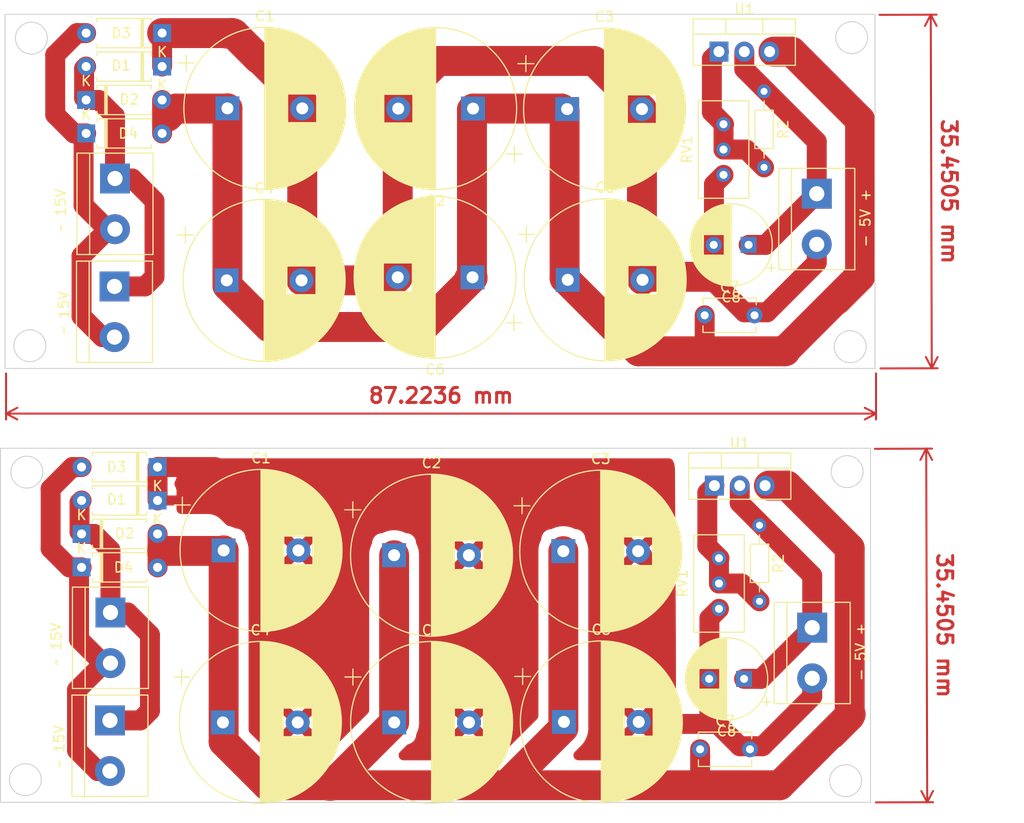
<source format=kicad_pcb>
(kicad_pcb (version 20211014) (generator pcbnew)

  (general
    (thickness 1.6)
  )

  (paper "A4" portrait)
  (layers
    (0 "F.Cu" signal)
    (31 "B.Cu" signal)
    (32 "B.Adhes" user "B.Adhesive")
    (33 "F.Adhes" user "F.Adhesive")
    (34 "B.Paste" user)
    (35 "F.Paste" user)
    (36 "B.SilkS" user "B.Silkscreen")
    (37 "F.SilkS" user "F.Silkscreen")
    (38 "B.Mask" user)
    (39 "F.Mask" user)
    (40 "Dwgs.User" user "User.Drawings")
    (41 "Cmts.User" user "User.Comments")
    (42 "Eco1.User" user "User.Eco1")
    (43 "Eco2.User" user "User.Eco2")
    (44 "Edge.Cuts" user)
    (45 "Margin" user)
    (46 "B.CrtYd" user "B.Courtyard")
    (47 "F.CrtYd" user "F.Courtyard")
    (48 "B.Fab" user)
    (49 "F.Fab" user)
    (50 "User.1" user)
    (51 "User.2" user)
    (52 "User.3" user)
    (53 "User.4" user)
    (54 "User.5" user)
    (55 "User.6" user)
    (56 "User.7" user)
    (57 "User.8" user)
    (58 "User.9" user)
  )

  (setup
    (stackup
      (layer "F.SilkS" (type "Top Silk Screen"))
      (layer "F.Paste" (type "Top Solder Paste"))
      (layer "F.Mask" (type "Top Solder Mask") (thickness 0.01))
      (layer "F.Cu" (type "copper") (thickness 0.035))
      (layer "dielectric 1" (type "core") (thickness 1.51) (material "FR4") (epsilon_r 4.5) (loss_tangent 0.02))
      (layer "B.Cu" (type "copper") (thickness 0.035))
      (layer "B.Mask" (type "Bottom Solder Mask") (thickness 0.01))
      (layer "B.Paste" (type "Bottom Solder Paste"))
      (layer "B.SilkS" (type "Bottom Silk Screen"))
      (copper_finish "None")
      (dielectric_constraints no)
    )
    (pad_to_mask_clearance 0.05)
    (pcbplotparams
      (layerselection 0x00010fc_ffffffff)
      (disableapertmacros false)
      (usegerberextensions false)
      (usegerberattributes true)
      (usegerberadvancedattributes true)
      (creategerberjobfile true)
      (svguseinch false)
      (svgprecision 6)
      (excludeedgelayer true)
      (plotframeref false)
      (viasonmask false)
      (mode 1)
      (useauxorigin false)
      (hpglpennumber 1)
      (hpglpenspeed 20)
      (hpglpendiameter 15.000000)
      (dxfpolygonmode true)
      (dxfimperialunits true)
      (dxfusepcbnewfont true)
      (psnegative false)
      (psa4output false)
      (plotreference true)
      (plotvalue true)
      (plotinvisibletext false)
      (sketchpadsonfab false)
      (subtractmaskfromsilk false)
      (outputformat 1)
      (mirror false)
      (drillshape 1)
      (scaleselection 1)
      (outputdirectory "")
    )
  )

  (net 0 "")
  (net 1 "GNDREF")
  (net 2 "+5V")
  (net 3 "Net-(RV1-Pad1)")
  (net 4 "Net-(D1-Pad2)")
  (net 5 "Net-(D3-Pad2)")
  (net 6 "Net-(C1-Pad1)")
  (net 7 "Net-(J1-Pad1)")
  (net 8 "Net-(J1-Pad2)")

  (footprint "Package_TO_SOT_THT:TO-220-3_Vertical" (layer "F.Cu") (at 123.698 32.2378))

  (footprint "TerminalBlock:TerminalBlock_bornier-2_P5.08mm" (layer "F.Cu") (at 63.1444 44.958 -90))

  (footprint "Capacitor_THT:CP_Radial_D16.0mm_P7.50mm" (layer "F.Cu") (at 74.346354 55.1688))

  (footprint "Capacitor_THT:CP_Radial_D16.0mm_P7.50mm" (layer "F.Cu") (at 74.036069 82.245361))

  (footprint "Package_TO_SOT_THT:TO-220-3_Vertical" (layer "F.Cu") (at 123.240823 75.746761))

  (footprint "Capacitor_THT:CP_Radial_D16.0mm_P7.50mm" (layer "F.Cu") (at 91.127669 82.726561))

  (footprint "Diode_THT:D_A-405_P7.62mm_Horizontal" (layer "F.Cu") (at 59.791623 83.945761))

  (footprint "TerminalBlock:TerminalBlock_bornier-2_P5.08mm" (layer "F.Cu") (at 133.045223 89.990961 -90))

  (footprint "Diode_THT:D_A-405_P7.62mm_Horizontal" (layer "F.Cu") (at 67.8688 33.7312 180))

  (footprint "Capacitor_THT:CP_Radial_D16.0mm_P7.50mm" (layer "F.Cu") (at 108.094869 82.320161))

  (footprint "Diode_THT:D_A-405_P7.62mm_Horizontal" (layer "F.Cu") (at 67.411623 77.240161 180))

  (footprint "TerminalBlock:TerminalBlock_bornier-2_P5.08mm" (layer "F.Cu") (at 62.636423 99.287361 -90))

  (footprint "Capacitor_THT:CP_Radial_D16.0mm_P7.50mm" (layer "F.Cu")
    (tedit 5AE50EF1) (tstamp 7e79773d-5feb-4eb5-8fe6-0e3f960604f1)
    (at 73.964823 99.490561)
    (descr "CP, Radial series, Radial, pin pitch=7.50mm, , diameter=16mm, Electrolytic Capacitor")
    (tags "CP Radial series Radial pin pitch 7.50mm  diameter 16mm Electrolytic Capacitor")
    (property "Sheetfile" "power-unit-5v.kicad_sch")
    (property "Sheetname" "")
    (path "/8b1dfb40-2417-4944-99e3-97da8b50b9e5")
    (attr through_hole)
    (fp_text reference "C4" (at 3.75 -9.25) (layer "F.SilkS")
      (effects (font (size 1 1) (thickness 0.15)))
      (tstamp d8192e74-d4b6-46ea-9436-b97757cc26a6)
    )
    (fp_text value "4700uF 25V" (at 3.75 9.25) (layer "F.Fab")
      (effects (font (size 1 1) (thickness 0.15)))
      (tstamp eac07366-9aa1-4960-b363-6f7d34c5208b)
    )
    (fp_text user "${REFERENCE}" (at 3.75 0) (layer "F.Fab")
      (effects (font (size 1 1) (thickness 0.15)))
      (tstamp 0b630c70-641c-4e6e-9ca7-62d2491ea8a6)
    )
    (fp_line (start 6.911 1.44) (end 6.911 7.44) (layer "F.SilkS") (width 0.12) (tstamp 00fb5e10-f48e-4691-b729-ef827812fed5))
    (fp_line (start 6.831 1.44) (end 6.831 7.474) (layer "F.SilkS") (width 0.12) (tstamp 0137236f-1ded-4fc9-828e-59ae62883c6b))
    (fp_line (start 11.591 -2.074) (end 11.591 2.074) (layer "F.SilkS") (width 0.12) (tstamp 01f3dec0-48f8-4696-a97e-5add104930b5))
    (fp_line (start 6.791 -7.49) (end 6.791 -1.44) (layer "F.SilkS") (width 0.12) (tstamp 02193d8a-0b45-4ab0-b9ac-29c39e55a8ed))
    (fp_line (start 6.151 1.44) (end 6.151 7.718) (layer "F.SilkS") (width 0.12) (tstamp 059b9a24-f2a8-4dbe-a483-b2f9ac40c4a8))
    (fp_line (start 11.231 -3.12) (end 11.231 3.12) (layer "F.SilkS") (width 0.12) (tstamp 064dbd4f-ddc9-4a89-bab1-6b9ea36beba9))
    (fp_line (start 9.391 -5.802) (end 9.391 5.802) (layer "F.SilkS") (width 0.12) (tstamp 0672fcc6-61fd-4d49-b953-2d7183ce91e1))
    (fp_line (start 7.431 -7.199) (end 7.431 -1.44) (layer "F.SilkS") (width 0.12) (tstamp 07027100-31e8-4e4d-828c-13a65ad5e658))
    (fp_line (start 9.751 -5.432) (end 9.751 5.432) (layer "F.SilkS") (width 0.12) (tstamp 076d9c4b-fa91-4b82-82c7-2070061f4dcd))
    (fp_line (start 7.071 1.44) (end 7.071 7.371) (layer "F.SilkS") (width 0.12) (tstamp 079bf6aa-aa36-4aa9-98b7-7c3ced97027f))
    (fp_line (start 7.711 1.44) (end 7.711 7.049) (layer "F.SilkS") (width 0.12) (tstamp 0a30890d-8498-40f1-a5fc-a329a6a7a22c))
    (fp_line (start 10.311 -4.746) (end 10.311 4.746) (layer "F.SilkS") (width 0.12) (tstamp 0a45f3a8-e30c-41b0-95d4-f24f242adf1b))
    (fp_line (start 11.311 -2.924) (end 11.311 2.924) (layer "F.SilkS") (width 0.12) (tstamp 0b0cdcd1-6f66-4e12-b088-54e6fa1bbafa))
    (fp_line (start 7.911 -6.934) (end 7.911 -1.44) (layer "F.SilkS") (width 0.12) (tstamp 0cdddd7b-36ba-4c0e-a661-d83fcd9acf67))
    (fp_line (start 5.231 -7.944) (end 5.231 7.944) (layer "F.SilkS") (width 0.12) (tstamp 10a374e7-f1f5-48db-aa6a-207bdd0ff5be))
    (fp_line (start 7.951 1.44) (end 7.951 6.91) (layer "F.SilkS") (width 0.12) (tstamp 117e08e8-ee00-46cd-be13-396417cf6c0c))
    (fp_line (start 5.991 -7.765) (end 5.991 7.765) (layer "F.SilkS") (width 0.12) (tstamp 13157c08-e173-46af-a2c0-65ef9814b4bc))
    (fp_line (start 8.391 -6.624) (end 8.391 -1.44) (layer "F.SilkS") (width 0.12) (tstamp 13796efa-4bd7-41c2-bf4f-6760f14c311e))
    (fp_line (start 3.95 -8.078) (end 3.95 8.078) (layer "F.SilkS") (width 0.12) (tstamp 1529865d-4cb8-4594-b964-0e866e8ae686))
    (fp_line (start 6.631 -7.553) (end 6.631 -1.44) (layer "F.SilkS") (width 0.12) (tstamp 18aeb5ab-6589-41ed-959c-d2734c651adb))
    (fp_line (start 9.551 -5.643) (end 9.551 5.643) (layer "F.SilkS") (width 0.12) (tstamp 1ad0fc45-8ebd-4e86-9847-c203fc399fb4))
    (fp_line (start 8.271 1.44) (end 8.271 6.706) (layer "F.SilkS") (width 0.12) (tstamp 1baf82ec-4b2b-4912-9848-d82a23dd8555))
    (fp_line (start 9.711 -5.475) (end 9.711 5.475) (layer "F.SilkS") (width 0.12) (tstamp 1d0b02d8-c01c-4800-baf2-dc06a0b28249))
    (fp_line (start 8.271 -6.706) (end 8.271 -1.44) (layer "F.SilkS") (width 0.12) (tstamp 1d698f99-da01-47b3-b116-af17696f5f53))
    (fp_line (start 4.19 -8.069) (end 4.19 8.069) (layer "F.SilkS") (width 0.12) (tstamp 200bfd9d-7da3-486a-8852-6d8da91eae91))
    (fp_line (start 4.27 -8.064) (end 4.27 8.064) (layer "F.SilkS") (width 0.12) (tstamp 205c0303-57d2-4a76-906a-ea4adafdb97c))
    (fp_line (start 8.471 1.44) (end 8.471 6.568) (layer "F.SilkS") (width 0.12) (tstamp 20acaa9a-a51c-4023-b0ca-feb3cb0d8a58))
    (fp_line (start 7.711 -7.049) (end 7.711 -1.44) (layer "F.SilkS") (width 0.12) (tstamp 21d70fc3-1d1f-4aa7-90e2-754ebe36a30b))
    (fp_line (start 3.87 -8.08) (end 3.87 8.08) (layer "F.SilkS") (width 0.12) (tstamp 223e052c-75de-4a03-bec7-c0642f626210))
    (fp_line (start 8.311 -6.679) (end 8.311 -1.44) (layer "F.SilkS") (width 0.12) (tstamp 22e16442-ef01-4a2f-be51-ccfa5749c97a))
    (fp_line (start 8.191 -6.759) (end 8.191 -1.44) (layer "F.SilkS") (width 0.12) (tstamp 25cd07fe-e57e-4f4b-a658-5eff6ff5dca0))
    (fp_line (start 8.151 -6.785) (end 8.151 -1.44) (layer "F.SilkS") (width 0.12) (tstamp 2613b128-5e7b-4cc3-ba7a-55d58d6e7cfe))
    (fp_line (start 7.831 1.44) (end 7.831 6.981) (layer "F.SilkS") (width 0.12) (tstamp 26ce18fa-76cf-4601-99dc-842371084c7d))
    (fp_line (start 4.43 -8.052) (end 4.43 8.052) (layer "F.SilkS") (width 0.12) (tstamp 28e6424d-95e0-4d22-b408-21a2a15adc12))
    (fp_line (start 5.311 -7.929) (end 5.311 7.929) (layer "F.SilkS") (width 0.12) (tstamp 2ded07cd-4d24-4dae-9025-5b010c752554))
    (fp_line (start 5.551 -7.878) (end 5.551 7.878) (layer "F.SilkS") (width 0.12) (tstamp 2e0940c0-ff36-45c7-a301-0be325d2f1e5))
    (fp_line (start 10.031 -5.108) (end 10.031 5.108) (layer "F.SilkS") (width 0.12) (tstamp 2e77a922-3e36-4cfa-a8a6-1c66c2776305))
    (fp_line (start 8.911 -6.23) (end 8.911 -1.44) (layer "F.SilkS") (width 0.12) (tstamp 2f247396-e1be-4d06-a69d-7e83a7b38ce7))
    (fp_line (start 8.351 -6.652) (end 8.351 -1.44) (layer "F.SilkS") (width 0.12) (tstamp 2f768383-3326-4ae3-895e-77e49f962ad1))
    (fp_line (start 8.431 1.44) (end 8.431 6.596) (layer "F.SilkS") (width 0.12) (tstamp 30c0a9f7-211d-4961-b3bb-0589f3ddb2a6))
    (fp_line (start 7.631 -7.094) (end 7.631 -1.44) (layer "F.SilkS") (width 0.12) (tstamp 316b78b5-c470-4b81-8b34-27993ee53dfa))
    (fp_line (start 3.79 -8.08) (end 3.79 8.08) (layer "F.SilkS") (width 0.12) (tstamp 31d0b5ec-3639-4ce1-bba9-2afd99113812))
    (fp_line (start 4.511 -8.045) (end 4.511 8.045) (layer "F.SilkS") (width 0.12) (tstamp 32c15192-1750-424c-907b-79284be8d882))
    (fp_line (start 8.071 1.44) (end 8.071 6.836) (layer "F.SilkS") (width 0.12) (tstamp 33abba2e-19e0-4bf5-b0aa-8a7fe55b4896))
    (fp_line (start 7.391 1.44) (end 7.391 7.219) (layer "F.SilkS") (width 0.12) (tstamp 346eef1b-a303-4fca-b601-f92ff469e27a))
    (fp_line (start 4.951 -7.991) (end 4.951 7.991) (layer "F.SilkS") (width 0.12) (tstamp 34c5635f-6317-4207-92bb-0651c3c54aa2))
    (fp_line (start 4.35 -8.058) (end 4.35 8.058) (layer "F.SilkS") (width 0.12) (tstamp 3548b00d-2f08-4901-841e-9ff5d21c2e69))
    (fp_line (start 7.191 1.44) (end 7.191 7.316) (layer "F.SilkS") (width 0.12) (tstamp 36b2e9ce-9d01-4cd7-bfe2-7ac5d98833ea))
    (fp_line (start 4.07 -8.074) (end 4.07 8.074) (layer "F.SilkS") (width 0.12) (tstamp 372c689c-0d7e-4d05-a3d3-ef49a19b957c))
    (fp_line (start 6.511 1.44) (end 6.511 7.597) (layer "F.SilkS") (width 0.12) (tstamp 384c05ad-f065-4a42-9c81-3b2a0b332afc))
    (fp_line (start 8.711 1.44) (end 8.711 6.39) (layer "F.SilkS") (width 0.12) (tstamp 3919d130-78b1-4064-b69a-5734550fdd8f))
    (fp_line (start 11.191 -3.213) (end 11.191 3.213) (layer "F.SilkS") (width 0.12) (tstamp 394a039f-e3f6-4216-b6f9-2223a26f1ef1))
    (fp_line (start 7.471 -7.178) (end 7.471 -1.44) (layer "F.SilkS") (width 0.12) (tstamp 396bc774-8232-42bf-a84c-ef3ad9db3ab6))
    (fp_line (start 8.911 1.44) (end 8.911 6.23) (layer "F.SilkS") (width 0.12) (tstamp 39e15bd1-a96c-4971-8367-20b62572a3bd))
    (fp_line (start 4.911 -7.997) (end 4.911 7.997) (layer "F.SilkS") (width 0.12) (tstamp 3a1eeac9-7fea-4b44-a080-de28b97f8d8b))
    (fp_line (start 6.271 1.44) (end 6.271 7.68) (layer "F.SilkS") (width 0.12) (tstamp 3a62d189-d011-41aa-81e9-08549a6e7f86))
    (fp_line (start 5.591 -7.869) (end 5.591 7.869) (layer "F.SilkS") (width 0.12) (tstamp 3bd94227-4272-4b74-82be-824687970133))
    (fp_line (start -4.939491 -4.555) (end -3.339491 -4.555) (layer "F.SilkS") (width 0.12) (tstamp 3c3f93ef-e13e-45de-a02f-dffd74801a05))
    (fp_line (start 6.511 -7.597) (end 6.511 -1.44) (layer "F.SilkS") (width 0.12) (tstamp 3d05edfd-e3ac-4137-9b2f-1b16a1313c03))
    (fp_line (start 7.431 1.44) (end 7.431 7.199) (layer "F.SilkS") (width 0.12) (tstamp 3d6b2ad0-1bf6-46ab-80c0-0bd6d1f936d6))
    (fp_line (start 7.831 -6.981) (end 7.831 -1.44) (layer "F.SilkS") (width 0.12) (tstamp 3ed06b28-e947-4ecc-9d11-a9bd9e43d3e4))
    (fp_line (start 5.111 -7.966) (end 5.111 7.966) (layer "F.SilkS") (width 0.12) (tstamp 3f122fa6-cc49-44c6-88a8-a56ab8a351d7))
    (fp_line (start 6.111 -7.73) (end 6.111 -1.44) (layer "F.SilkS") (width 0.12) (tstamp 3ffe5358-d8cb-47b2-9f0c-6580855592b6))
    (fp_line (start 10.071 -5.059) (end 10.071 5.059) (layer "F.SilkS") (width 0.12) (tstamp 400e0aaa-3e6d-4dd5-afeb-ed3f3d8a9cac))
    (fp_line (start 5.391 -7.913) (end 5.391 7.913) (layer "F.SilkS") (width 0.12) (tstamp 41439abd-0593-46bc-8ac1-3222bae4c5df))
    (fp_line (start 5.631 -7.86) (end 5.631 7.86) (layer "F.SilkS") (width 0.12) (tstamp 424c6674-d9b5-45de-91aa-f1328f140eb3))
    (fp_line (start 6.271 -7.68) (end 6.271 -1.44) (layer "F.SilkS") (width 0.12) (tstamp 4281f5fa-a7f3-4fcb-8db6-dd1216aeebba))
    (fp_line (start 10.871 -3.864) (end 10.871 3.864) (layer "F.SilkS") (width 0.12) (tstamp 428a1b35-bb2e-49df-9fd5-d096ab0d307e))
    (fp_line (start 11.111 -3.39) (end 11.111 3.39) (layer "F.SilkS") (width 0.12) (tstamp 438e0b56-f2d1-464f-a262-1bd74d134637))
    (fp_line (start 9.791 -5.388) (end 9.791 5.388) (layer "F.SilkS") (width 0.12) (tstamp 44d9b96e-db4a-4ac7-8ba7-398fcb30c113))
    (fp_line (start 6.831 -7.474) (end 6.831 -1.44) (layer "F.SilkS") (width 0.12) (tstamp 45577098-1194-43b9-9055-90bf665a1879))
    (fp_line (start 6.871 1.44) (end 6.871 7.457) (layer "F.SilkS") (width 0.12) (tstamp 455921f1-c7c6-4666-a052-cd5114dddb39))
    (fp_line (start 11.711 -1.564) (end 11.711 1.564) (layer "F.SilkS") (width 0.12) (tstamp 45b91c9c-2947-4472-ba0b-8cd3def326e5))
    (fp_line (start 7.311 1.44) (end 7.311 7.258) (layer "F.SilkS") (width 0.12) (tstamp 461ffd18-8c6e-4ecb-91ae-9a323954cabb))
    (fp_line (start 6.591 -7.568) (end 6.591 -1.44) (layer "F.SilkS") (width 0.12) (tstamp 484bc092-9f9a-44cf-aee9-5eeac05a860b))
    (fp_line (start 4.23 -8.066) (end 4.23 8.066) (layer "F.SilkS") (width 0.12) (tstamp 49b37e13-4da8-45ab-8695-68231677eef2))
    (fp_line (start 6.151 -7.718) (end 6.151 -1.44) (layer "F.SilkS") (width 0.12) (tstamp 4b1e4854-3d2b-49ba-9c53-07e239c13d97))
    (fp_line (start 7.671 -7.072) (end 7.671 -1.44) (layer "F.SilkS") (width 0.12) (tstamp 4b6eef13-bf7c-44d0-8218-1966250060b9))
    (fp_line (start 8.751 1.44) (end 8.751 6.358) (layer "F.SilkS") (width 0.12) (tstamp 4b900653-7e4f-4b9d-84de-fc69b874596e))
    (fp_line (start 6.711 -7.522) (end 6.711 -1.44) (layer "F.SilkS") (width 0.12) (tstamp 4b9cc9eb-6ae0-4b37-bb84-c148fa76be4a))
    (fp_line (start 10.591 -4.336) (end 10.591 4.336) (layer "F.SilkS") (width 0.12) (tstamp 4c797c19-e347-402e-9071-c0400b380633))
    (fp_line (start 9.871 -5.297) (end 9.871 5.297) (layer "F.SilkS") (width 0.12) (tstamp 4cd31ee0-f89f-47a5-a992-00389e59c17f))
    (fp_line (start 8.111 1.44) (end 8.111 6.811) (layer "F.SilkS") (width 0.12) (tstamp 4d486fd7-3527-4b64-bc75-8d1be6d12160))
    (fp_line (start 5.471 -7.896) (end 5.471 7.896) (layer "F.SilkS") (width 0.12) (tstamp 4df4d6fa-cfc5-4fe9-a16d-87d359797566))
    (fp_line (start 7.631 1.44) (end 7.631 7.094) (layer "F.SilkS") (width 0.12) (tstamp 4e282990-9a09-463b-bcc4-45fb50f68ad3))
    (fp_line (start 8.071 -6.836) (end 8.071 -1.44) (layer "F.SilkS") (width 0.12) (tstamp 4eb76d52-865c-4f91-9ac7-58fbfd1f354a))
    (fp_line (start 7.191 -7.316) (end 7.191 -1.44) (layer "F.SilkS") (width 0.12) (tstamp 510dd3d7-6091-463f-8008-6b295801dcb3))
    (fp_line (start 3.91 -8.079) (end 3.91 8.079) (layer "F.SilkS") (width 0.12) (tstamp 527c87d2-e933-4b10-b36a-e05061b44476))
    (fp_line (start 6.311 -7.666) (end 6.311 -1.44) (layer "F.SilkS") (width 0.12) (tstamp 5287939f-7644-4
... [461474 chars truncated]
</source>
